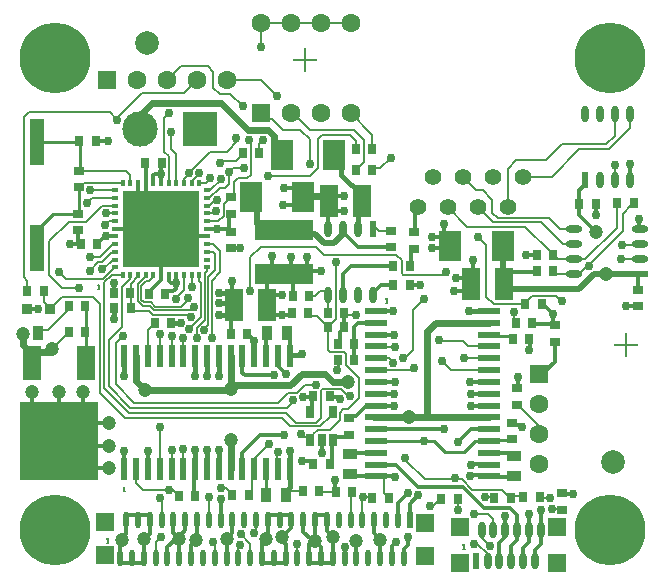
<source format=gtl>
G04 Layer_Physical_Order=1*
G04 Layer_Color=255*
%FSLAX25Y25*%
%MOIN*%
G70*
G01*
G75*
%ADD10R,0.06000X0.06000*%
%ADD11R,0.01969X0.05512*%
%ADD12O,0.01969X0.05512*%
%ADD13R,0.03543X0.05118*%
%ADD14R,0.02165X0.01378*%
%ADD15R,0.01378X0.02165*%
%ADD16R,0.25787X0.25787*%
%ADD17R,0.03000X0.03347*%
%ADD18R,0.06299X0.11024*%
%ADD19R,0.07500X0.10000*%
%ADD20R,0.03347X0.03000*%
%ADD21R,0.03600X0.03600*%
%ADD22R,0.03600X0.05000*%
%ADD23R,0.05118X0.03543*%
%ADD24R,0.02559X0.04331*%
%ADD25R,0.06299X0.11811*%
%ADD26R,0.26378X0.26378*%
%ADD27R,0.02362X0.05512*%
%ADD28O,0.02362X0.05512*%
%ADD29R,0.00591X0.07874*%
%ADD30R,0.07874X0.00591*%
%ADD31R,0.07677X0.02362*%
%ADD32R,0.04724X0.15748*%
%ADD33R,0.02362X0.07677*%
%ADD34R,0.19685X0.07087*%
%ADD35R,0.02400X0.05512*%
%ADD36O,0.02400X0.05512*%
%ADD37C,0.07874*%
%ADD38R,0.05512X0.02400*%
%ADD39O,0.05512X0.02400*%
%ADD40C,0.01181*%
%ADD41C,0.01575*%
%ADD42C,0.00591*%
%ADD43C,0.00787*%
%ADD44C,0.02362*%
%ADD45C,0.01969*%
%ADD46C,0.01000*%
%ADD47C,0.06299*%
%ADD48R,0.06299X0.06299*%
%ADD49R,0.11811X0.11811*%
%ADD50C,0.11811*%
%ADD51C,0.05512*%
%ADD52C,0.23622*%
%ADD53R,0.06299X0.06299*%
%ADD54C,0.02953*%
%ADD55C,0.04724*%
D10*
X32532Y7405D02*
D03*
Y18625D02*
D03*
X139068Y7051D02*
D03*
Y18271D02*
D03*
X183081Y4793D02*
D03*
Y16683D02*
D03*
X150719Y4793D02*
D03*
Y16683D02*
D03*
D11*
X134028Y19137D02*
D03*
D12*
X132060Y6539D02*
D03*
X130091Y19137D02*
D03*
X128123Y6539D02*
D03*
X126154Y19137D02*
D03*
X124186Y6539D02*
D03*
X122217Y19137D02*
D03*
X120249Y6539D02*
D03*
X118280Y19137D02*
D03*
X116312Y6539D02*
D03*
X114343Y19137D02*
D03*
X112375Y6539D02*
D03*
X110406Y19137D02*
D03*
X108438Y6539D02*
D03*
X106469Y19137D02*
D03*
X104501Y6539D02*
D03*
X102532Y19137D02*
D03*
X100564Y6539D02*
D03*
X98595Y19137D02*
D03*
X96627Y6539D02*
D03*
X94658Y19137D02*
D03*
X92690Y6539D02*
D03*
X90721Y19137D02*
D03*
X88753Y6539D02*
D03*
X86784Y19137D02*
D03*
X84816Y6539D02*
D03*
X82847Y19137D02*
D03*
X80879Y6539D02*
D03*
X78910Y19137D02*
D03*
X76942Y6539D02*
D03*
X74973Y19137D02*
D03*
X73005Y6539D02*
D03*
X71036Y19137D02*
D03*
X69068Y6539D02*
D03*
X67099Y19137D02*
D03*
X65131Y6539D02*
D03*
X63162Y19137D02*
D03*
X61194Y6539D02*
D03*
X59225Y19137D02*
D03*
X57257Y6539D02*
D03*
X55288Y19137D02*
D03*
X53320Y6539D02*
D03*
X51351Y19137D02*
D03*
X49383Y6539D02*
D03*
X47414Y19137D02*
D03*
X45446Y6539D02*
D03*
X43477Y19137D02*
D03*
X41509Y6539D02*
D03*
X39540Y19137D02*
D03*
X37572Y6539D02*
D03*
D13*
X86554Y81638D02*
D03*
X93247D02*
D03*
X92847Y27638D02*
D03*
X86154D02*
D03*
D14*
X35846Y103410D02*
D03*
Y105969D02*
D03*
Y108528D02*
D03*
Y111088D02*
D03*
Y113646D02*
D03*
Y116206D02*
D03*
Y118765D02*
D03*
Y121324D02*
D03*
Y123883D02*
D03*
Y126442D02*
D03*
Y129001D02*
D03*
X66554D02*
D03*
Y126442D02*
D03*
Y123883D02*
D03*
Y121324D02*
D03*
Y118765D02*
D03*
Y116206D02*
D03*
Y113646D02*
D03*
Y111088D02*
D03*
Y108528D02*
D03*
Y105969D02*
D03*
Y103410D02*
D03*
D15*
X38405Y131560D02*
D03*
X40964D02*
D03*
X43523D02*
D03*
X46082D02*
D03*
X48641D02*
D03*
X51200D02*
D03*
X53759D02*
D03*
X56318D02*
D03*
X58877D02*
D03*
X61436D02*
D03*
X63995D02*
D03*
Y100851D02*
D03*
X61436D02*
D03*
X58877D02*
D03*
X56318D02*
D03*
X53759D02*
D03*
X51200D02*
D03*
X48641D02*
D03*
X46082D02*
D03*
X43523D02*
D03*
X40964D02*
D03*
X38405D02*
D03*
D16*
X51200Y116206D02*
D03*
D17*
X100550Y93938D02*
D03*
X95050D02*
D03*
X116150Y135738D02*
D03*
X121650D02*
D03*
X29450Y145338D02*
D03*
X23950D02*
D03*
X29950Y111038D02*
D03*
X24450D02*
D03*
X40950Y94738D02*
D03*
X35450D02*
D03*
X41050Y89738D02*
D03*
X35550D02*
D03*
X49150Y84938D02*
D03*
X54650D02*
D03*
X52550Y94638D02*
D03*
X47050D02*
D03*
X115650Y72538D02*
D03*
X110150D02*
D03*
X115646Y77715D02*
D03*
X110146D02*
D03*
X106750Y83338D02*
D03*
X112250D02*
D03*
X112250Y88138D02*
D03*
X106750D02*
D03*
X176450Y107338D02*
D03*
X181950D02*
D03*
X181850Y102038D02*
D03*
X176350D02*
D03*
X169450Y84838D02*
D03*
X174950D02*
D03*
X168350Y79538D02*
D03*
X173850D02*
D03*
X167750Y26338D02*
D03*
X162250D02*
D03*
X57050Y27138D02*
D03*
X62550D02*
D03*
X103950Y28838D02*
D03*
X98450D02*
D03*
X171950Y26938D02*
D03*
X177450D02*
D03*
X101950Y37938D02*
D03*
X107450D02*
D03*
X79850Y81238D02*
D03*
X74350D02*
D03*
X101850Y60338D02*
D03*
X107350D02*
D03*
X51350Y138138D02*
D03*
X45850D02*
D03*
X83950Y141338D02*
D03*
X78450D02*
D03*
X121650Y142938D02*
D03*
X116150D02*
D03*
X150150Y26238D02*
D03*
X144650D02*
D03*
X178050Y91238D02*
D03*
X172550D02*
D03*
X114850Y28638D02*
D03*
X109350D02*
D03*
X203250Y124838D02*
D03*
X208750D02*
D03*
X25950Y81838D02*
D03*
X20450D02*
D03*
Y90538D02*
D03*
X25950D02*
D03*
X12050Y95338D02*
D03*
X6550D02*
D03*
X74950Y27438D02*
D03*
X80450D02*
D03*
X190550Y124438D02*
D03*
X196050D02*
D03*
X134150Y103838D02*
D03*
X128650D02*
D03*
X134050Y97438D02*
D03*
X128550D02*
D03*
X121650Y26338D02*
D03*
X127150D02*
D03*
X100250Y88038D02*
D03*
X94750D02*
D03*
D18*
X75388Y90838D02*
D03*
X86412D02*
D03*
X154588Y97738D02*
D03*
X165612D02*
D03*
X107088Y125538D02*
D03*
X118112D02*
D03*
D19*
X91450Y140838D02*
D03*
X108950D02*
D03*
X98650Y126938D02*
D03*
X81150D02*
D03*
X147650Y110338D02*
D03*
X165150D02*
D03*
D20*
X74600Y126688D02*
D03*
Y121188D02*
D03*
X23600Y121288D02*
D03*
Y115788D02*
D03*
X113900Y47588D02*
D03*
Y53088D02*
D03*
X127700Y115488D02*
D03*
Y109988D02*
D03*
X135500Y115088D02*
D03*
Y109588D02*
D03*
X168100Y51588D02*
D03*
Y46088D02*
D03*
X169800Y57588D02*
D03*
Y63088D02*
D03*
X184900Y22488D02*
D03*
Y27988D02*
D03*
X23800Y129988D02*
D03*
Y135488D02*
D03*
X210000Y95888D02*
D03*
Y90388D02*
D03*
X74500Y115288D02*
D03*
Y109788D02*
D03*
X182400Y78588D02*
D03*
Y84088D02*
D03*
D21*
X6600Y89538D02*
D03*
X14100D02*
D03*
D22*
X10300Y81538D02*
D03*
D23*
X114000Y34391D02*
D03*
Y41084D02*
D03*
X168800Y33791D02*
D03*
Y40484D02*
D03*
D24*
X100960Y55162D02*
D03*
X108440D02*
D03*
Y45713D02*
D03*
X104700D02*
D03*
X100960D02*
D03*
D25*
X8145Y71528D02*
D03*
X26255D02*
D03*
D26*
X17200Y45347D02*
D03*
D27*
X156073Y5620D02*
D03*
D28*
X158042Y15856D02*
D03*
X160010Y5620D02*
D03*
X161979Y15856D02*
D03*
X163947Y5620D02*
D03*
X165916Y15856D02*
D03*
X167884Y5620D02*
D03*
X169853Y15856D02*
D03*
X171821Y5620D02*
D03*
X173790Y15856D02*
D03*
X175758Y5620D02*
D03*
X177727Y15856D02*
D03*
D29*
X99100Y172338D02*
D03*
X206000Y77538D02*
D03*
D30*
X99100Y172338D02*
D03*
X206000Y77538D02*
D03*
D31*
X122702Y88797D02*
D03*
Y84860D02*
D03*
Y80923D02*
D03*
Y76986D02*
D03*
Y73049D02*
D03*
Y69112D02*
D03*
Y65175D02*
D03*
Y61238D02*
D03*
Y57301D02*
D03*
Y53364D02*
D03*
Y49427D02*
D03*
Y45490D02*
D03*
Y41553D02*
D03*
Y37616D02*
D03*
Y33679D02*
D03*
X160498Y88797D02*
D03*
Y84860D02*
D03*
Y80923D02*
D03*
Y76986D02*
D03*
Y73049D02*
D03*
Y69112D02*
D03*
Y65175D02*
D03*
Y61238D02*
D03*
Y57301D02*
D03*
Y53364D02*
D03*
Y49427D02*
D03*
Y45490D02*
D03*
Y41553D02*
D03*
Y37616D02*
D03*
Y33679D02*
D03*
D32*
X9700Y145154D02*
D03*
Y109721D02*
D03*
D33*
X94059Y73835D02*
D03*
X90122D02*
D03*
X86185D02*
D03*
X82248D02*
D03*
X78311D02*
D03*
X74374D02*
D03*
X70437D02*
D03*
X66500D02*
D03*
X62563D02*
D03*
X58626D02*
D03*
X54689D02*
D03*
X50752D02*
D03*
X46815D02*
D03*
X42878D02*
D03*
X38941D02*
D03*
X94059Y36040D02*
D03*
X90122D02*
D03*
X86185D02*
D03*
X82248D02*
D03*
X78311D02*
D03*
X74374D02*
D03*
X70437D02*
D03*
X66500D02*
D03*
X62563D02*
D03*
X58626D02*
D03*
X54689D02*
D03*
X50752D02*
D03*
X46815D02*
D03*
X42878D02*
D03*
X38941D02*
D03*
D34*
X92300Y101154D02*
D03*
Y115721D02*
D03*
D35*
X192500Y132338D02*
D03*
X121900Y116038D02*
D03*
D36*
X197500Y132338D02*
D03*
X202500D02*
D03*
X207500D02*
D03*
Y154338D02*
D03*
X202500D02*
D03*
X197500D02*
D03*
X192500D02*
D03*
X116900Y116038D02*
D03*
X111900D02*
D03*
X106900D02*
D03*
Y94038D02*
D03*
X111900D02*
D03*
X116900D02*
D03*
X121900D02*
D03*
D37*
X201884Y38517D02*
D03*
X46471Y178183D02*
D03*
D38*
X210800Y101038D02*
D03*
D39*
Y106038D02*
D03*
Y111038D02*
D03*
Y116038D02*
D03*
X188800D02*
D03*
Y111038D02*
D03*
Y106038D02*
D03*
Y101038D02*
D03*
D40*
X196077Y120801D02*
Y124541D01*
X206117Y90486D02*
X210152D01*
X174016Y76204D02*
Y80348D01*
X106900Y127199D02*
X111319D01*
X106900Y118938D02*
Y127199D01*
X112219Y83006D02*
Y87139D01*
X122702Y65175D02*
X129603D01*
X168026Y50821D02*
X171569D01*
X122540Y33695D02*
X129345D01*
X104739Y42114D02*
Y46785D01*
X94601Y20712D02*
X94658D01*
X94601Y16569D02*
Y20712D01*
X46082Y126514D02*
Y137238D01*
X51200Y99054D02*
Y106426D01*
X46963Y95013D02*
X47160D01*
X86784Y20712D02*
X94601D01*
X84816Y12886D02*
X86784Y14854D01*
X85044Y4964D02*
X92690D01*
X61713Y27198D02*
X62120Y27606D01*
X122217Y14739D02*
Y19137D01*
X116312Y6539D02*
Y12197D01*
Y4964D02*
Y6539D01*
X124186D02*
Y12574D01*
Y4964D02*
Y6539D01*
X92690D02*
Y11098D01*
Y4964D02*
Y6539D01*
X86784Y14854D02*
Y19137D01*
X74973Y14756D02*
Y19137D01*
X84816Y6539D02*
Y12886D01*
Y4964D02*
Y6539D01*
X73005D02*
Y12886D01*
Y4964D02*
Y6539D01*
X63162Y13460D02*
Y19137D01*
X61194Y6539D02*
Y10917D01*
Y4964D02*
Y6539D01*
X59225Y15642D02*
Y19137D01*
X57257Y6539D02*
Y12689D01*
X55288Y14936D02*
Y19137D01*
X53320Y6539D02*
Y10130D01*
Y4964D02*
Y6539D01*
X132060D02*
Y9342D01*
Y4964D02*
Y6539D01*
X84252Y47539D02*
X92126D01*
X78311Y41598D02*
X84252Y47539D01*
X78311Y36040D02*
Y41598D01*
X111955Y115902D02*
X112534Y115323D01*
X116817Y109988D02*
X127700D01*
X112008Y114797D02*
X116817Y109988D01*
X122146Y95210D02*
X124373Y97438D01*
X128550D01*
X129345Y37632D02*
X136924Y30053D01*
X178543Y90978D02*
X181693Y87828D01*
X181904D01*
Y84482D02*
Y87828D01*
X119601Y57218D02*
X121963D01*
X56318Y96298D02*
Y98060D01*
X55329Y95309D02*
X56318Y96298D01*
X52868Y95309D02*
X55329D01*
X47160Y95013D02*
X51200Y99054D01*
X92731Y67651D02*
Y67946D01*
Y67454D02*
Y67651D01*
X90122Y70555D02*
X92731Y67946D01*
X78311Y68095D02*
X79050Y67356D01*
X78311Y68095D02*
Y73835D01*
X79050Y67356D02*
X88892D01*
X107593Y60269D02*
X110054D01*
X35450Y94738D02*
Y98160D01*
X122702Y49427D02*
X145601D01*
X115650Y83582D02*
X116866Y84799D01*
X122702Y57301D02*
X128988D01*
X122700D02*
X122702D01*
X98595Y15232D02*
Y18340D01*
Y15232D02*
X101097Y12730D01*
X90122Y70555D02*
Y73835D01*
X128123Y10327D02*
X129542Y11746D01*
X132060Y9342D02*
X133577Y10860D01*
Y13419D01*
X53320Y10130D02*
X56018Y12828D01*
X55288Y14936D02*
X56707Y13517D01*
X46815Y36040D02*
Y42110D01*
X71080Y26054D02*
Y26211D01*
X71036Y26255D02*
X71080Y26211D01*
X184941Y27789D02*
X188386D01*
X170191Y63321D02*
Y66962D01*
X179246Y68734D02*
X182396Y71883D01*
X38941Y36040D02*
Y42208D01*
X6600Y89538D02*
X10017D01*
X29450Y145338D02*
X33606D01*
X87219Y94226D02*
X91550D01*
X74900Y94998D02*
Y98640D01*
X109266Y29069D02*
Y32612D01*
X98735Y38911D02*
X101687D01*
X108676Y46687D02*
X113203D01*
X98636Y60171D02*
X100998D01*
X101392Y60565D01*
X100960Y55362D02*
X101392Y55795D01*
X110939Y81726D02*
X112219Y83006D01*
X110939Y77986D02*
Y81726D01*
X114975Y33695D02*
X120388D01*
X154640Y34011D02*
X159168D01*
X160742Y33617D02*
X168616D01*
X154185Y65175D02*
X160495D01*
X154382Y61238D02*
X160495D01*
X154579Y57301D02*
X160495D01*
X155231Y100033D02*
Y105742D01*
X149424Y99836D02*
X154246D01*
X148932Y95604D02*
X153459D01*
X145388Y113321D02*
Y117848D01*
Y112435D02*
Y113321D01*
X145979D01*
X141353D02*
X145388D01*
X141550Y109679D02*
X147554D01*
X135742Y115191D02*
Y122966D01*
X134050Y97438D02*
X137354D01*
X134365Y109285D02*
X134561Y109088D01*
X114449Y103838D02*
X128650D01*
X111900Y101289D02*
X114449Y103838D01*
X111900Y101289D02*
X111909Y95210D01*
X56318Y98060D02*
Y100851D01*
X54350Y98060D02*
X55334D01*
X53759Y98650D02*
X54350Y98060D01*
X53759Y98650D02*
Y100851D01*
X69730Y116206D02*
X73606D01*
X66554D02*
X69730D01*
X48641Y133990D02*
X49128Y134477D01*
X51200D01*
X48641Y131560D02*
Y133990D01*
X51200Y134477D02*
Y137627D01*
Y131560D02*
Y134477D01*
X32790Y113646D02*
X35846D01*
X32559D02*
X32790D01*
X29950Y111038D02*
X32559Y113646D01*
X21096Y111038D02*
X24450D01*
X23550Y111043D02*
X23600Y111093D01*
Y115788D01*
X35846Y116206D02*
X41617D01*
X62053Y113646D02*
X66554D01*
X43523Y126810D02*
Y131560D01*
X6018Y76313D02*
Y76608D01*
X26786Y51411D02*
X33676D01*
X25211Y43832D02*
X33872D01*
X25900Y36549D02*
X33971D01*
X25014Y54167D02*
Y61647D01*
X17042Y55151D02*
Y61647D01*
X8184Y53675D02*
Y61844D01*
X39540Y20604D02*
X39648Y20712D01*
X39540Y20604D02*
Y20712D01*
X46471Y13616D02*
X47414Y14559D01*
X38498Y13419D02*
X39540Y14461D01*
X57790Y14206D02*
X59225Y15642D01*
X61194Y10917D02*
X62908Y12632D01*
X73636Y13419D02*
X74973Y14756D01*
X91648Y12139D02*
X92690Y11098D01*
X94601Y20712D02*
Y20998D01*
X91353Y13321D02*
X94601Y16569D01*
X84955Y5053D02*
X85044Y4964D01*
X122217Y14739D02*
X124227Y12730D01*
X102475Y12238D02*
X104501Y10212D01*
X106469Y15428D02*
X108438Y13460D01*
X108479Y13419D01*
X74350Y81238D02*
Y86426D01*
X94109Y74246D02*
Y80348D01*
X80526Y80643D02*
X82248Y78921D01*
Y73835D02*
Y78921D01*
X86185Y73835D02*
Y80003D01*
X88302Y103380D02*
Y107021D01*
X94601Y103380D02*
Y106923D01*
X99916Y103084D02*
Y106825D01*
X100900Y102100D02*
X104345D01*
X91353Y87533D02*
X94404D01*
X87613D02*
X91353D01*
X95050Y93938D02*
Y99190D01*
X107874Y122179D02*
X112008D01*
X91845Y124049D02*
X95880D01*
X92140Y129758D02*
X96274D01*
X190550Y124438D02*
Y129152D01*
X190565Y120702D02*
X196274Y114994D01*
X172772Y107338D02*
X176450D01*
X210644Y116077D02*
Y119423D01*
X207500Y132338D02*
Y137921D01*
X192337Y130939D02*
Y132120D01*
X190550Y129152D02*
X192337Y130939D01*
X167435Y101805D02*
X176097D01*
X210000Y100865D02*
X210152Y101017D01*
X210000Y95888D02*
Y100865D01*
X150197Y45112D02*
X154512Y49427D01*
X160495D01*
X114567Y53839D02*
X116221D01*
X113900Y53088D02*
X114567D01*
X116221Y53839D02*
X119601Y57218D01*
X136924Y30053D02*
X151969D01*
X134028Y20712D02*
Y24514D01*
X136909Y27395D01*
X130091Y20712D02*
Y24908D01*
X133465Y28281D01*
X62120Y27606D02*
Y34777D01*
X158858Y23163D02*
X167520D01*
X155096Y26926D02*
X158858Y23163D01*
X151969Y30053D02*
X155096Y26926D01*
X165916Y13488D02*
Y15856D01*
X163947Y5620D02*
Y11520D01*
X165916Y13488D01*
X167884Y5620D02*
Y10369D01*
X169853Y12338D02*
Y15856D01*
Y20830D01*
X167520Y23163D02*
X168291Y22392D01*
X167884Y10369D02*
X169853Y12338D01*
X168291Y22392D02*
X169853Y20830D01*
X171821Y5620D02*
Y9777D01*
X173790Y11746D01*
Y15856D01*
Y21165D01*
X175758Y5620D02*
Y9157D01*
X177727Y11126D01*
Y15856D01*
Y22602D01*
X55288Y19137D02*
Y20712D01*
X57257Y4964D02*
Y6539D01*
X59225Y19137D02*
Y20712D01*
X63162Y19137D02*
Y20712D01*
X74973Y19137D02*
Y20712D01*
X86784Y19137D02*
Y20712D01*
X122217Y19137D02*
Y20712D01*
X122700Y61238D02*
X122702D01*
X128988D01*
X122700Y65175D02*
X122702D01*
X122700Y88797D02*
X122702D01*
X128595D01*
X106900Y127199D02*
Y127301D01*
X106890Y127199D02*
X106900D01*
X122700Y80923D02*
X122702D01*
X128914D01*
X108085Y38813D02*
Y45899D01*
X114581Y41569D02*
X122947D01*
X116866Y84799D02*
X122947D01*
X115650Y77715D02*
Y83582D01*
Y72538D02*
Y77715D01*
X182396Y71883D02*
Y78773D01*
X134561Y103773D02*
Y109088D01*
X160495Y41553D02*
X167374D01*
X190565Y120702D02*
Y124639D01*
X165916Y15856D02*
Y20506D01*
X37572Y4964D02*
Y5751D01*
Y12377D01*
X39540Y14461D02*
Y19925D01*
Y20604D01*
X100564Y4964D02*
Y5751D01*
X45446Y4964D02*
Y5751D01*
Y12673D01*
X100564Y5751D02*
Y11114D01*
X104501Y4964D02*
Y5751D01*
Y10212D01*
X108438Y4964D02*
Y5751D01*
X47414Y14559D02*
Y19925D01*
Y20712D01*
X106469Y15428D02*
Y19925D01*
Y20712D01*
X128123Y4964D02*
Y5751D01*
Y10327D01*
X37572Y4964D02*
X45280D01*
X39648Y20712D02*
X47414D01*
X100564Y4964D02*
X104501D01*
X108438D01*
Y5751D02*
Y13460D01*
X102532Y20712D02*
X106469D01*
X102475Y12730D02*
Y20712D01*
X71036D02*
Y26255D01*
X86333Y90584D02*
Y100132D01*
X73900Y115288D02*
Y121188D01*
X101392Y55795D02*
Y60565D01*
X174803Y84580D02*
X181693D01*
X155526Y37850D02*
X160498D01*
X122357Y37435D02*
X122702D01*
X122357Y37632D02*
X129345D01*
D41*
X94142Y74246D02*
X98144D01*
X54345Y84876D02*
X57691D01*
X153934Y88797D02*
X160495D01*
X70487Y87533D02*
X74522D01*
X35546Y86254D02*
Y89502D01*
X38941Y67274D02*
Y73835D01*
X62563Y67274D02*
Y73835D01*
X66500Y67274D02*
Y73835D01*
X70437Y67274D02*
Y73835D01*
Y36040D02*
Y42602D01*
X66500Y36040D02*
Y42602D01*
X62563Y36040D02*
Y42602D01*
X94059Y36040D02*
Y42208D01*
X118012Y127297D02*
Y127592D01*
X111319Y134285D02*
Y137730D01*
Y134285D02*
X118012Y127592D01*
X92913Y28970D02*
X94059Y30116D01*
Y36040D01*
X69896Y94718D02*
X70487D01*
X74030D01*
X69994Y91372D02*
X70585D01*
X73636D01*
X116900Y118938D02*
Y126356D01*
D42*
X93247Y28738D02*
X98950D01*
X168996Y84777D02*
Y88517D01*
X100050Y87038D02*
X103167D01*
X76942Y6539D02*
Y10327D01*
Y4964D02*
Y6539D01*
X80920Y95458D02*
Y106726D01*
X82248Y39630D02*
X87205Y44587D01*
X82248Y36040D02*
Y39630D01*
X124227Y76805D02*
X129134D01*
X132382Y73130D02*
X135152Y75900D01*
Y89206D01*
X162008Y91076D02*
X172736D01*
X173031Y92159D02*
X174803Y93931D01*
X182973D01*
X184843Y92061D01*
X45276Y29167D02*
X53740D01*
X42878Y31565D02*
X45276Y29167D01*
X42878Y31565D02*
Y36040D01*
X50689Y26313D02*
X51351Y25650D01*
Y20712D02*
Y25650D01*
X95472Y154462D02*
X100886Y149049D01*
X84463Y110269D02*
X102723D01*
X109463Y86057D02*
Y105053D01*
X132587Y39212D02*
X139089Y32710D01*
X168898Y88419D02*
X168996Y88517D01*
X76106Y138738D02*
X78347Y140978D01*
X71382Y138738D02*
X76106D01*
X73833Y135073D02*
Y135269D01*
Y131135D02*
Y135073D01*
X75317Y136556D02*
X78733D01*
X76870Y133104D02*
X79921D01*
X75408Y131642D02*
X76870Y133104D01*
X83950Y141338D02*
Y144810D01*
X85039Y145899D01*
X80216D02*
X80413Y145702D01*
X81102Y145013D01*
X80413Y145702D02*
Y146293D01*
X86910Y133695D02*
X100689D01*
X100703Y137941D02*
Y145984D01*
X114400Y154738D02*
X116949D01*
X73694Y142512D02*
X76279Y145098D01*
X60349Y134679D02*
X67534Y141864D01*
X73046D02*
X73694Y142512D01*
X67534Y141864D02*
X73046D01*
X97441Y149246D02*
X100703Y145984D01*
X86122Y152691D02*
X88287D01*
X91732Y149246D01*
X97441D01*
X73300Y165838D02*
X84392D01*
X89764Y160466D01*
X57691Y170309D02*
X66732D01*
X68602Y168439D01*
Y163124D02*
Y168439D01*
Y163124D02*
X70669Y161057D01*
X74311D01*
X78347Y157021D01*
X76279Y145098D02*
Y146391D01*
X107593Y75132D02*
X112219D01*
X106806Y75919D02*
Y82612D01*
Y75919D02*
X107593Y75132D01*
X112219D02*
X112908Y74443D01*
X101195Y47080D02*
Y47277D01*
X52278Y141962D02*
Y153084D01*
X53951Y154758D01*
X152195Y73049D02*
X160498D01*
X135152Y89206D02*
X138695Y92750D01*
X147766Y69112D02*
X160498D01*
X144699Y72179D02*
X147766Y69112D01*
X143912Y78675D02*
X151884D01*
X153573Y76986D01*
X160498D01*
X47846Y91765D02*
X49322Y90289D01*
X57790D02*
X60053Y92553D01*
X49322Y90289D02*
X57790D01*
X56313Y93242D02*
X58877Y95806D01*
Y100851D01*
X47061Y98754D02*
X47856Y99548D01*
Y99548D02*
X48538Y100230D01*
X46173Y98754D02*
X47061D01*
X44601Y97182D02*
X46173Y98754D01*
X44601Y92550D02*
Y97182D01*
Y92550D02*
X45385Y91765D01*
X47846D01*
X48833Y89108D02*
X61235D01*
X47554Y90387D02*
X48232Y89709D01*
X48232D02*
X48833Y89108D01*
X43420Y97671D02*
X46082Y100333D01*
X45093Y90387D02*
X47554D01*
X43420Y92061D02*
X45093Y90387D01*
X43420Y92061D02*
Y97671D01*
X46082Y100333D02*
Y100851D01*
X41050Y97863D02*
X43523Y100336D01*
Y100851D01*
X106750Y83344D02*
X109463Y86057D01*
X106750Y83338D02*
Y83344D01*
X202573Y132907D02*
Y137435D01*
X202475Y137533D02*
X202573Y137435D01*
X145191Y100821D02*
X146274Y101903D01*
X131904Y100821D02*
X145191D01*
X131412Y101313D02*
X131904Y100821D01*
X131412Y101313D02*
Y105643D01*
X80920Y106726D02*
X84463Y110269D01*
X63995Y98754D02*
X64581Y98168D01*
X60939Y83104D02*
X64581Y86746D01*
Y98168D01*
X66554Y102105D02*
Y103410D01*
X65762Y85860D02*
Y101313D01*
X64701Y84799D02*
X65762Y85860D01*
X63105Y83202D02*
X64701Y84799D01*
X65762Y101313D02*
X66554Y102105D01*
X68616Y101706D02*
X69305Y102395D01*
X65565Y82612D02*
X66943Y83990D01*
Y100033D02*
X68616Y101706D01*
X66943Y83990D02*
Y100033D01*
X63995Y98754D02*
Y100851D01*
X61235Y89108D02*
X61633Y89506D01*
X61436Y96785D02*
Y100851D01*
X50752Y73835D02*
Y81135D01*
X48574Y87497D02*
X60188D01*
X47160Y88911D02*
X48574Y87497D01*
X60188D02*
X61038Y86647D01*
X41845Y88911D02*
X47160D01*
X46815Y82464D02*
X48046Y83695D01*
X46815Y73835D02*
Y82464D01*
X36136Y78084D02*
X38597Y80545D01*
X36136Y64403D02*
Y78084D01*
Y64403D02*
X42239Y58301D01*
X33774Y63714D02*
Y79069D01*
Y63714D02*
X40959Y56529D01*
X32298Y63222D02*
X40565Y54954D01*
X92829D01*
X39089Y53183D02*
X91451D01*
X30723Y61549D02*
X35462Y56809D01*
Y56809D02*
X39089Y53183D01*
X91451D02*
X94305Y50328D01*
X50802Y36254D02*
Y50230D01*
X123046Y69128D02*
X135349D01*
X30723Y106726D02*
X35084Y111088D01*
X27475Y106726D02*
X30723D01*
X35084Y111088D02*
X35846D01*
X31510Y105053D02*
X34986Y108528D01*
X27376Y102199D02*
X30231Y105053D01*
X31510D01*
X34986Y108528D02*
X35846D01*
X31806Y102691D02*
X35084Y105969D01*
X35846D01*
X31806Y99541D02*
X35675Y103410D01*
X17140Y101805D02*
X19404Y99541D01*
X31806D01*
X35675Y103410D02*
X35846D01*
X32298Y98360D02*
X34789Y100851D01*
X32298Y63222D02*
Y98360D01*
X34789Y100851D02*
X38405D01*
X32495Y117454D02*
X33805Y118765D01*
X35846D01*
X32919Y121324D02*
X35846D01*
X31541Y123883D02*
X35846D01*
X18124Y96490D02*
X23833D01*
X13892Y100722D02*
X18124Y96490D01*
X13892Y100722D02*
Y112139D01*
X20388Y118635D01*
X26294D01*
X31541Y123883D01*
X28096Y126442D02*
X35846D01*
X26509Y124855D02*
X28096Y126442D01*
X27641Y129001D02*
X35846D01*
X34069Y155151D02*
X36284Y152937D01*
X6550Y95338D02*
Y98911D01*
X7101Y155151D02*
X34069D01*
X5428Y153478D02*
X7101Y155151D01*
X5428Y100033D02*
Y153478D01*
Y100033D02*
X6550Y98911D01*
X105231Y62927D02*
X111038D01*
X104640Y62336D02*
X105231Y62927D01*
X100506Y45801D02*
Y46785D01*
X98341D02*
X100506D01*
X28459Y93439D02*
X28824Y93074D01*
X30723Y61549D02*
Y91175D01*
X28824Y93074D02*
X30723Y91175D01*
X38203Y96687D02*
X40861Y99344D01*
Y100525D01*
X38203Y83498D02*
Y96687D01*
X33774Y79069D02*
X38203Y83498D01*
X132587Y39212D02*
Y39704D01*
X18223Y93439D02*
X28459D01*
X14876Y90092D02*
X18223Y93439D01*
X73636Y165978D02*
X74128D01*
X52278Y141962D02*
X53759Y140481D01*
Y131560D02*
Y140481D01*
X54689Y36040D02*
Y42405D01*
X58626Y36040D02*
Y42701D01*
X58577Y42750D02*
X58626Y42701D01*
X66554Y121324D02*
X68844D01*
X67171Y123883D02*
X69404Y126116D01*
X66554Y123883D02*
X67171D01*
X70683Y129954D02*
X72652D01*
X67171Y126442D02*
X70683Y129954D01*
X66554Y126442D02*
X67171D01*
X66554Y118765D02*
X70222D01*
X72041Y124422D02*
X73341Y125722D01*
X72041Y120583D02*
Y124422D01*
X70222Y118765D02*
X72041Y120583D01*
X66554Y129001D02*
X67663D01*
X58877Y132021D02*
Y132814D01*
X66088Y131560D02*
X67534Y133006D01*
X63995Y131560D02*
X66088D01*
X58577Y74443D02*
Y79659D01*
X54689Y73835D02*
Y80398D01*
X63105Y79741D02*
Y83202D01*
X80879Y5751D02*
Y11294D01*
X77672Y14502D02*
X80879Y11294D01*
X170290Y57317D02*
X177770Y49836D01*
X169896Y57317D02*
X170290D01*
X76942Y10327D02*
X77341Y10726D01*
X89975Y37238D02*
Y41741D01*
X90073Y41839D01*
X68487Y108528D02*
X69305Y107710D01*
Y102395D02*
Y107710D01*
X66554Y108528D02*
X68487D01*
X122750Y116470D02*
X123733Y115488D01*
X127700D01*
X25014Y131037D02*
X25537Y131560D01*
X38405D01*
X40964D02*
Y134182D01*
X39658Y135488D02*
X40964Y134182D01*
X23800Y135488D02*
X39658D01*
X103167Y87038D02*
X106116Y84088D01*
X104148Y95604D02*
X106806D01*
X102482Y93938D02*
X104148Y95604D01*
X100550Y93938D02*
X102482D01*
X202500Y147302D02*
Y154338D01*
X184857Y144325D02*
X199522D01*
X202500Y147302D01*
X166700Y123538D02*
Y136109D01*
X169601Y139009D01*
X179542D01*
X184857Y144325D01*
X207500Y149645D02*
Y154338D01*
X200506Y142651D02*
X207500Y149645D01*
X190467Y142651D02*
X200506D01*
X181412Y133596D02*
X190467Y142651D01*
X171865Y133596D02*
X181412D01*
X96471Y61549D02*
X99128Y64206D01*
X102868D01*
X72652Y129954D02*
X73833Y131135D01*
X54640Y142750D02*
Y148557D01*
X56318Y131726D02*
Y141072D01*
X54640Y142750D02*
X56318Y141072D01*
X204935Y110761D02*
X210447D01*
X204542Y106038D02*
X210800D01*
X110841Y54954D02*
X111924Y56037D01*
X113597D01*
X117239Y59679D01*
X57071Y169689D02*
X57691Y170309D01*
X122702Y73049D02*
X126998D01*
X128451Y71596D01*
X31412Y102691D02*
X31806D01*
X159449Y93635D02*
X162008Y91076D01*
X159449Y93635D02*
Y110761D01*
X156791Y113419D02*
X159449Y110761D01*
X107528Y49147D02*
X110841Y52461D01*
Y54954D01*
X112908Y70754D02*
Y74443D01*
X117239Y59679D02*
Y66423D01*
X112908Y70754D02*
X117239Y66423D01*
X68124Y98931D02*
X70965Y101772D01*
Y108725D01*
X68124Y80348D02*
Y98931D01*
X66554Y111088D02*
X68602D01*
X70965Y108725D01*
X100689Y133695D02*
X103543Y136549D01*
Y146293D02*
X104823Y147573D01*
X103543Y136549D02*
Y146293D01*
X104823Y147573D02*
X114173D01*
X116142Y143439D02*
Y145604D01*
X114173Y147573D02*
X116142Y145604D01*
X100886Y149049D02*
X115551D01*
X118898Y138616D02*
Y145702D01*
X117224Y136943D02*
X118898Y138616D01*
X115551Y149049D02*
X118898Y145702D01*
X114400Y154738D02*
X121650Y147488D01*
Y142938D02*
Y147488D01*
X121850Y136451D02*
X124311D01*
X127756Y139895D01*
X151476Y32710D02*
X154921Y29265D01*
X144193Y26017D02*
X144390D01*
X141634Y23458D02*
X144193Y26017D01*
X118898Y26903D02*
X120866D01*
X81398Y28281D02*
X81510Y28394D01*
Y34876D01*
X72736Y29659D02*
X74016Y28380D01*
X71077Y29659D02*
X72736D01*
X53740Y29167D02*
X55216D01*
X56201Y28183D01*
X155512Y21195D02*
X160236D01*
X161979Y19452D01*
Y15856D02*
Y19452D01*
X158042Y13153D02*
Y15856D01*
Y13153D02*
X160827Y10368D01*
X164764Y29265D02*
X166831Y27198D01*
X154921Y29265D02*
X164764D01*
X168405Y27002D02*
X171555D01*
X171653Y26903D01*
X102953Y51608D02*
X104640Y53295D01*
X96176Y51608D02*
X102953D01*
X92829Y54954D02*
X96176Y51608D01*
X104640Y53295D02*
Y62336D01*
X103346Y49147D02*
X107528D01*
X101969Y47769D02*
X103346Y49147D01*
X104331Y50328D02*
X107874Y53872D01*
X94305Y50328D02*
X104331D01*
X107684Y54062D02*
X107790Y54167D01*
X104550Y28638D02*
X109350D01*
X109850D01*
X106693Y88517D02*
Y94423D01*
X112375Y4964D02*
Y5751D01*
Y10168D01*
X96627Y4964D02*
Y5751D01*
Y10999D01*
X80879Y4964D02*
Y5751D01*
X82847Y15380D02*
Y19925D01*
Y20712D01*
X69068Y4964D02*
Y5751D01*
Y11491D01*
X67099Y20712D02*
Y26733D01*
X111754Y116104D02*
X111955Y115902D01*
X111038Y62927D02*
X114286Y59679D01*
X40964Y89694D02*
X41156Y89502D01*
X41050Y89738D02*
Y97863D01*
X40959Y56529D02*
X93045D01*
X93537Y61549D02*
X96471D01*
X90289Y58301D02*
X93537Y61549D01*
X42239Y58301D02*
X90289D01*
X102723Y110269D02*
X105512Y107480D01*
X129575D01*
X131412Y105643D01*
X103754Y29434D02*
X104450Y28738D01*
X181496Y22868D02*
X185236D01*
X93045Y56529D02*
X95374Y58858D01*
X139089Y32710D02*
X151476D01*
X61530Y131332D02*
Y132120D01*
X64089Y134679D01*
X53260Y165878D02*
X57071Y169689D01*
X58877Y132814D02*
X60546Y134482D01*
X79921Y133104D02*
X81102Y134285D01*
X75408Y126509D02*
Y131642D01*
X81102Y134285D02*
Y145013D01*
X67663Y129001D02*
X71471Y132809D01*
X73833Y135073D02*
X75317Y136556D01*
X38681Y28642D02*
X39206D01*
X38943D01*
Y30216D01*
X38681Y29954D01*
X30118Y96063D02*
X30643D01*
X30380D01*
Y97637D01*
X30118Y97375D01*
X126083Y91535D02*
X126607D01*
X126345D01*
Y93110D01*
X126083Y92847D01*
X151969Y9449D02*
X152493D01*
X152231D01*
Y11023D01*
X151969Y10761D01*
X33071Y11614D02*
X33596D01*
X33333D01*
Y13189D01*
X33071Y12926D01*
D43*
X84400Y176919D02*
Y184738D01*
X104400D02*
X114400D01*
X94400D02*
X104400D01*
X84400D02*
X94400D01*
X112500Y87435D02*
X116043D01*
X44798Y161451D02*
X58872D01*
X36284Y152937D02*
X44798Y161451D01*
X56318Y131560D02*
Y131726D01*
X14384Y90191D02*
X14581Y90387D01*
X14286Y90191D02*
X14384D01*
X58872Y161451D02*
X62613Y165191D01*
X58877Y131560D02*
Y132021D01*
X118280Y20712D02*
Y25583D01*
X125605Y27972D02*
Y33301D01*
X12050Y91934D02*
X13991Y89994D01*
X12050Y91934D02*
Y95338D01*
X15172Y76313D02*
X20290Y81431D01*
Y81726D01*
X10742Y82415D02*
X13400D01*
X20450Y89465D01*
Y90538D01*
X49383Y11803D02*
X51097Y13517D01*
X114343Y20712D02*
Y28240D01*
X192535Y106038D02*
X203065Y116569D01*
X188800Y106038D02*
X192535D01*
X172554Y116962D02*
X181116Y108399D01*
X153276Y116962D02*
X172554D01*
X146700Y123538D02*
X153276Y116962D01*
X177868Y118340D02*
X185171Y111038D01*
X161727Y118340D02*
X177868D01*
X156707Y123360D02*
X161727Y118340D01*
X180428Y119718D02*
X184108Y116038D01*
X163498Y119718D02*
X180428D01*
X161628Y121588D02*
X163498Y119718D01*
X146700Y121556D02*
Y123538D01*
X185171Y111038D02*
X188800D01*
X184108Y116038D02*
X188800D01*
X205132Y121293D02*
X207987Y124147D01*
X190586Y101038D02*
X193321Y103773D01*
X188800Y101038D02*
X190586D01*
X183379Y106038D02*
X188800D01*
X181609Y101411D02*
X181982Y101038D01*
X188800D01*
X161628Y121588D02*
Y125821D01*
X158380Y129069D02*
X161628Y125821D01*
X152081Y133301D02*
X156313Y129069D01*
X158380D01*
X151700Y133538D02*
X152081D01*
X193321Y103773D02*
X193518D01*
X193715D01*
X205132Y115387D02*
Y121293D01*
X125605Y27972D02*
X126378Y27198D01*
X159055Y26805D02*
X161417D01*
X177756Y26509D02*
X180315D01*
X73900Y109788D02*
X74500D01*
X77485D01*
X150000Y22277D02*
Y22376D01*
X193518Y103773D02*
X205132Y115387D01*
X203065Y116569D02*
Y124935D01*
X181806Y107612D02*
X183379Y106038D01*
X49383Y4964D02*
Y5751D01*
Y11803D01*
X156628Y11024D02*
X160010Y7641D01*
X150000Y22376D02*
Y26805D01*
X155118Y11024D02*
X155610D01*
X156628D01*
D44*
X45684Y62533D02*
X74374D01*
X92281Y143593D02*
X93850Y142024D01*
X142829Y84876D02*
X160498D01*
X71161Y158006D02*
X80020Y149147D01*
X48144Y158006D02*
X71161D01*
X45290Y151313D02*
Y155151D01*
X48144Y158006D01*
X75802Y64009D02*
X94305D01*
X139975Y53364D02*
Y82021D01*
X142829Y84876D01*
X133971Y53364D02*
X139975D01*
X160495D01*
X122702D02*
X133872D01*
X74374Y36040D02*
Y45851D01*
X10644Y75230D02*
X13913D01*
X74374Y62877D02*
Y73835D01*
X42878Y65339D02*
X45684Y62533D01*
X42878Y65339D02*
Y73835D01*
X122098Y53364D02*
X122702D01*
X93850Y140938D02*
Y142024D01*
X5132Y77494D02*
Y81135D01*
Y77494D02*
X6018Y76608D01*
X98833Y127002D02*
X106116D01*
X94305Y64009D02*
X98046Y67750D01*
X105723D02*
X108380Y65092D01*
X98046Y67750D02*
X105723D01*
X108380Y65092D02*
X113498D01*
X86909Y149147D02*
X88976Y147080D01*
X80020Y149147D02*
X86909D01*
X88976Y145309D02*
Y147080D01*
D45*
X102559Y114305D02*
X105413Y111451D01*
X108957D02*
X111909Y114403D01*
X105413Y111451D02*
X108957D01*
X100014Y114305D02*
X102559D01*
X83282Y117750D02*
Y125624D01*
X82691Y126214D02*
X83282Y125624D01*
X199424Y101017D02*
X210152D01*
X195585D02*
X199424D01*
X190664Y96096D02*
X195585Y101017D01*
X165150Y100153D02*
X166254Y99049D01*
X165150Y100153D02*
Y110338D01*
X165368Y96096D02*
X190664D01*
D46*
X122702Y45490D02*
X138203D01*
X122700D02*
X122702D01*
X23800Y135488D02*
X24128Y135816D01*
X9700Y145154D02*
X23876D01*
X9660Y115486D02*
X15270Y121096D01*
X9660Y109974D02*
Y115486D01*
X109955Y69029D02*
X110150Y69224D01*
Y72538D01*
X138695Y45490D02*
X142240D01*
X145866Y41864D02*
X152083D01*
X155709Y45490D02*
X160495D01*
X142240D02*
X145866Y41864D01*
X152083D02*
X155709Y45490D01*
X86185Y28541D02*
Y36040D01*
X85728Y28084D02*
X86185Y28541D01*
X160465Y80545D02*
X168209D01*
X160447Y45822D02*
X168420D01*
X110150Y73163D02*
X110152D01*
X26097Y73655D02*
Y90191D01*
X23876Y145154D02*
X24128Y145407D01*
Y135816D02*
Y145407D01*
X15270Y121096D02*
X23636D01*
X23800Y121260D01*
Y129988D01*
D47*
X114400Y184738D02*
D03*
X104400D02*
D03*
X94400D02*
D03*
X84400D02*
D03*
X114400Y154738D02*
D03*
X104400D02*
D03*
X94400D02*
D03*
X177100Y47938D02*
D03*
Y37938D02*
D03*
Y57938D02*
D03*
X53300Y165838D02*
D03*
X63300D02*
D03*
X73300D02*
D03*
X43300D02*
D03*
D48*
X84400Y154738D02*
D03*
X177100Y67938D02*
D03*
D49*
X64300Y149400D02*
D03*
D50*
X44300D02*
D03*
D51*
X156700Y123538D02*
D03*
X151700Y133538D02*
D03*
X146700Y123538D02*
D03*
X161700Y133538D02*
D03*
X136700Y123538D02*
D03*
X141700Y133538D02*
D03*
X171700D02*
D03*
X166700Y123538D02*
D03*
D52*
X15748Y15748D02*
D03*
Y173228D02*
D03*
X200787Y15748D02*
D03*
Y173228D02*
D03*
D53*
X33300Y165838D02*
D03*
D54*
X84400Y176919D02*
D03*
X80920Y95458D02*
D03*
X92126Y47539D02*
D03*
X87205Y44587D02*
D03*
X184843Y92061D02*
D03*
X67099Y26733D02*
D03*
X53740Y29167D02*
D03*
X50689Y26313D02*
D03*
X127756Y139895D02*
D03*
X109463Y105053D02*
D03*
X150000Y22376D02*
D03*
X168898Y88419D02*
D03*
X156791Y113419D02*
D03*
X100703Y137941D02*
D03*
X85039Y145899D02*
D03*
X70669Y138222D02*
D03*
X89764Y160466D02*
D03*
X78347Y157021D02*
D03*
X76279Y146391D02*
D03*
X80413Y145702D02*
D03*
X54640Y148557D02*
D03*
X53951Y154758D02*
D03*
X152195Y73049D02*
D03*
X138695Y92750D02*
D03*
X144699Y72179D02*
D03*
X143912Y79167D02*
D03*
X56313Y92750D02*
D03*
X202475Y137533D02*
D03*
X146274Y101903D02*
D03*
X62219Y89994D02*
D03*
X61038Y86647D02*
D03*
X61436Y96785D02*
D03*
X60152Y93143D02*
D03*
X38597Y80545D02*
D03*
X50802Y50230D02*
D03*
X102868Y64206D02*
D03*
X135630Y69718D02*
D03*
X27475Y106726D02*
D03*
X27376Y102199D02*
D03*
X31412Y102691D02*
D03*
X32495Y117454D02*
D03*
X32919Y121324D02*
D03*
X23833Y96490D02*
D03*
X26509Y124855D02*
D03*
X27641Y129001D02*
D03*
X36333Y152395D02*
D03*
X110841Y59482D02*
D03*
X114286Y60368D02*
D03*
X97736Y47835D02*
D03*
X95093Y58990D02*
D03*
X132587Y39704D02*
D03*
X35450Y98160D02*
D03*
X54689Y42405D02*
D03*
X58577Y42750D02*
D03*
X69502Y121982D02*
D03*
X69994Y125919D02*
D03*
X71077Y132907D02*
D03*
X60349Y134679D02*
D03*
X63990Y134777D02*
D03*
X67534Y133006D02*
D03*
X58577Y79659D02*
D03*
X54689Y80398D02*
D03*
X50752Y81135D02*
D03*
X60644Y82907D02*
D03*
X63105Y79741D02*
D03*
X145601Y49427D02*
D03*
X118405Y26706D02*
D03*
X96627Y10999D02*
D03*
X77672Y14502D02*
D03*
X112375Y10168D02*
D03*
X138695Y45490D02*
D03*
X154345Y37435D02*
D03*
X92731Y67651D02*
D03*
X88892Y67356D02*
D03*
X77341Y10726D02*
D03*
X133577Y13419D02*
D03*
X90073Y41839D02*
D03*
X129542Y11746D02*
D03*
X82248Y78921D02*
D03*
X82183Y14715D02*
D03*
X68124Y79758D02*
D03*
X65565Y82317D02*
D03*
X68616Y11943D02*
D03*
X77485Y109788D02*
D03*
X17140Y101805D02*
D03*
X51097Y13517D02*
D03*
X46815Y42110D02*
D03*
X71080Y26054D02*
D03*
X71077Y29659D02*
D03*
X188386Y27789D02*
D03*
X170191Y66962D02*
D03*
X181904Y87828D02*
D03*
X173819Y75821D02*
D03*
X153934Y88797D02*
D03*
X38941Y42208D02*
D03*
X10017Y89538D02*
D03*
X33606Y145338D02*
D03*
X91550Y94226D02*
D03*
X74900Y98640D02*
D03*
X70487Y94718D02*
D03*
X70585Y91372D02*
D03*
X70487Y87533D02*
D03*
X57691Y84876D02*
D03*
X35546Y86254D02*
D03*
X38941Y67274D02*
D03*
X98046Y74443D02*
D03*
X62563Y67274D02*
D03*
X66500D02*
D03*
X70437D02*
D03*
Y42602D02*
D03*
X66500D02*
D03*
X62563D02*
D03*
X94059Y42208D02*
D03*
X109266Y32612D02*
D03*
X98327Y38681D02*
D03*
X104724Y41372D02*
D03*
X98636Y60171D02*
D03*
X116043Y87435D02*
D03*
X128595Y88797D02*
D03*
X128914Y80923D02*
D03*
X129035Y65191D02*
D03*
X128988Y61238D02*
D03*
Y57301D02*
D03*
X129246Y33399D02*
D03*
X159055Y26805D02*
D03*
X154050Y33695D02*
D03*
X154185Y65175D02*
D03*
X154382Y61238D02*
D03*
X154579Y57301D02*
D03*
X171569Y50132D02*
D03*
X155231Y105742D02*
D03*
X149424Y99836D02*
D03*
X148932Y95604D02*
D03*
X141353Y113321D02*
D03*
X145388Y117848D02*
D03*
X141550Y109679D02*
D03*
X137354Y97438D02*
D03*
X56318Y98060D02*
D03*
X69730Y116206D02*
D03*
X51200Y134477D02*
D03*
X51181Y111909D02*
D03*
X55512Y108706D02*
D03*
X46850D02*
D03*
X51181Y120472D02*
D03*
X55512Y116206D02*
D03*
X46850D02*
D03*
X55512Y123706D02*
D03*
X46850D02*
D03*
X32790Y113646D02*
D03*
X20979Y111155D02*
D03*
X88302Y107021D02*
D03*
X94601Y106923D02*
D03*
X99916Y106825D02*
D03*
X104345Y102100D02*
D03*
X91353Y87533D02*
D03*
X112008Y122179D02*
D03*
X91845Y124049D02*
D03*
X92140Y129758D02*
D03*
X112008Y127199D02*
D03*
X172772Y107338D02*
D03*
X206117Y90486D02*
D03*
X196077Y120801D02*
D03*
X210644Y119423D02*
D03*
X207500Y137921D02*
D03*
X193715Y103773D02*
D03*
X109955Y69029D02*
D03*
X73833Y135269D02*
D03*
X204935Y110761D02*
D03*
X204542Y106038D02*
D03*
X128451Y71596D02*
D03*
X131890Y73032D02*
D03*
X129134Y76805D02*
D03*
X150197Y45112D02*
D03*
X149016Y33104D02*
D03*
X181496Y22868D02*
D03*
X180905Y26509D02*
D03*
X140997Y23805D02*
D03*
X136909Y27395D02*
D03*
X133465Y28281D02*
D03*
X155512Y21195D02*
D03*
X165916Y20506D02*
D03*
X173790Y21165D02*
D03*
X177727Y22602D02*
D03*
X160827Y10368D02*
D03*
X155610Y11024D02*
D03*
X86910Y133695D02*
D03*
X78733Y136556D02*
D03*
D55*
X74374Y62877D02*
D03*
Y45851D02*
D03*
X14975Y76017D02*
D03*
X45684Y62533D02*
D03*
X113498Y65092D02*
D03*
X133971Y53364D02*
D03*
X5132Y81135D02*
D03*
X33676Y51411D02*
D03*
X33872Y43832D02*
D03*
X33971Y36549D02*
D03*
X25014Y61647D02*
D03*
X17042Y61647D02*
D03*
X8184Y61844D02*
D03*
X45446Y12673D02*
D03*
X38091Y12435D02*
D03*
X57257Y12689D02*
D03*
X62908Y12632D02*
D03*
X73005Y12886D02*
D03*
X86235Y12927D02*
D03*
X91353Y13321D02*
D03*
X124186Y12574D02*
D03*
X116312Y12197D02*
D03*
X102475Y12238D02*
D03*
X108479Y13419D02*
D03*
X199424Y101017D02*
D03*
X196274Y114994D02*
D03*
M02*

</source>
